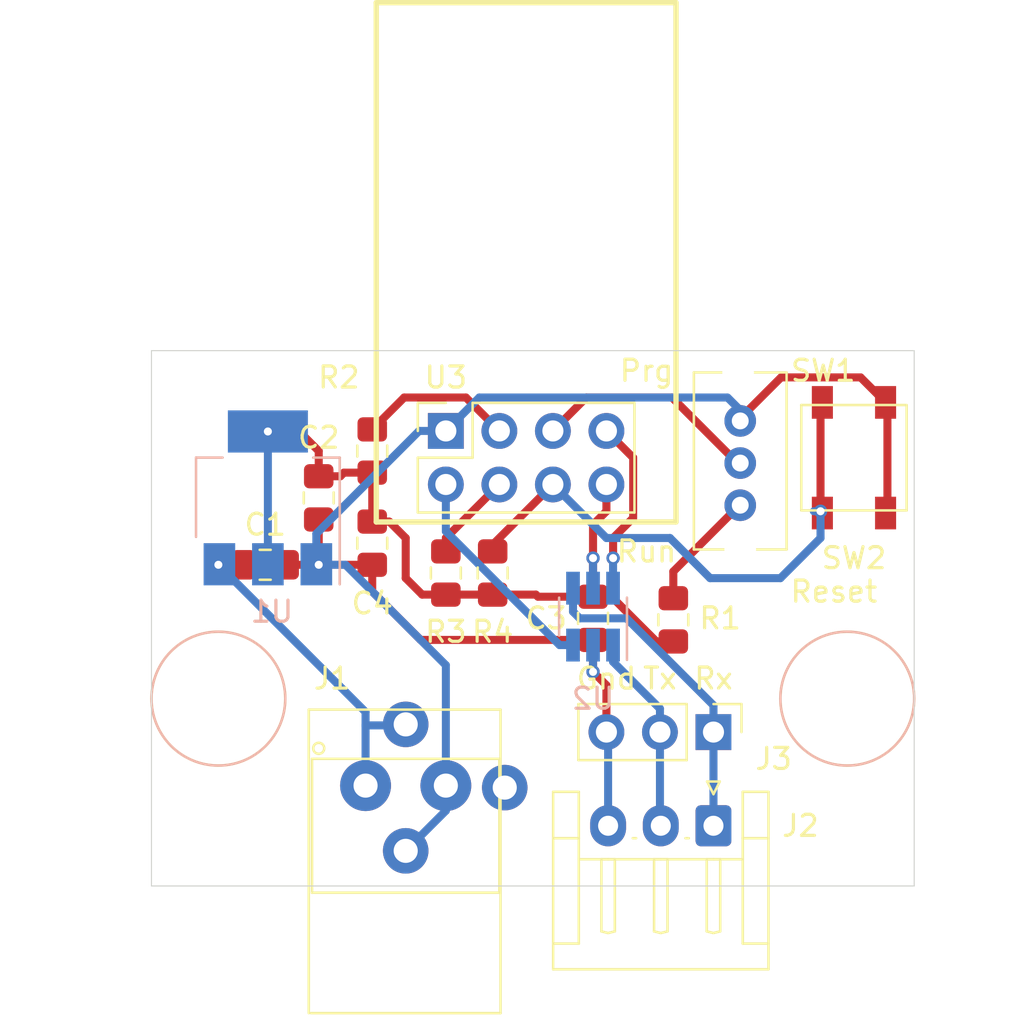
<source format=kicad_pcb>
(kicad_pcb (version 20171130) (host pcbnew "(5.1.5)-3")

  (general
    (thickness 1.6)
    (drawings 14)
    (tracks 116)
    (zones 0)
    (modules 18)
    (nets 13)
  )

  (page A4)
  (layers
    (0 F.Cu signal)
    (31 B.Cu signal)
    (32 B.Adhes user)
    (33 F.Adhes user)
    (34 B.Paste user)
    (35 F.Paste user)
    (36 B.SilkS user)
    (37 F.SilkS user)
    (38 B.Mask user)
    (39 F.Mask user)
    (40 Dwgs.User user)
    (41 Cmts.User user)
    (42 Eco1.User user)
    (43 Eco2.User user)
    (44 Edge.Cuts user)
    (45 Margin user)
    (46 B.CrtYd user)
    (47 F.CrtYd user)
    (48 B.Fab user hide)
    (49 F.Fab user hide)
  )

  (setup
    (last_trace_width 0.381)
    (trace_clearance 0.1524)
    (zone_clearance 0.508)
    (zone_45_only no)
    (trace_min 0.2)
    (via_size 0.635)
    (via_drill 0.381)
    (via_min_size 0.4)
    (via_min_drill 0.3)
    (uvia_size 0.3)
    (uvia_drill 0.1)
    (uvias_allowed no)
    (uvia_min_size 0.2)
    (uvia_min_drill 0.1)
    (edge_width 0.05)
    (segment_width 0.2)
    (pcb_text_width 0.3)
    (pcb_text_size 1.5 1.5)
    (mod_edge_width 0.12)
    (mod_text_size 1 1)
    (mod_text_width 0.15)
    (pad_size 1.524 1.524)
    (pad_drill 0.762)
    (pad_to_mask_clearance 0.051)
    (solder_mask_min_width 0.25)
    (aux_axis_origin 0 0)
    (grid_origin 153.67 124.46)
    (visible_elements 7FFFFFFF)
    (pcbplotparams
      (layerselection 0x010fc_ffffffff)
      (usegerberextensions false)
      (usegerberattributes false)
      (usegerberadvancedattributes false)
      (creategerberjobfile false)
      (excludeedgelayer true)
      (linewidth 0.100000)
      (plotframeref false)
      (viasonmask false)
      (mode 1)
      (useauxorigin false)
      (hpglpennumber 1)
      (hpglpenspeed 20)
      (hpglpendiameter 15.000000)
      (psnegative false)
      (psa4output false)
      (plotreference true)
      (plotvalue true)
      (plotinvisibletext false)
      (padsonsilk false)
      (subtractmaskfromsilk false)
      (outputformat 1)
      (mirror false)
      (drillshape 0)
      (scaleselection 1)
      (outputdirectory ""))
  )

  (net 0 "")
  (net 1 GND)
  (net 2 +3V3)
  (net 3 /Txd)
  (net 4 /Rxd)
  (net 5 /GPIO2)
  (net 6 /CH_PD)
  (net 7 /Rst)
  (net 8 /GPIO0)
  (net 9 /RxdBuf)
  (net 10 /Vin)
  (net 11 /SW+)
  (net 12 /TxdBuf)

  (net_class Default "This is the default net class."
    (clearance 0.1524)
    (trace_width 0.381)
    (via_dia 0.635)
    (via_drill 0.381)
    (uvia_dia 0.3)
    (uvia_drill 0.1)
    (add_net +3V3)
    (add_net /CH_PD)
    (add_net /GPIO0)
    (add_net /GPIO2)
    (add_net /Rst)
    (add_net /Rxd)
    (add_net /RxdBuf)
    (add_net /SW+)
    (add_net /Txd)
    (add_net /TxdBuf)
    (add_net /Vin)
    (add_net GND)
  )

  (module 0MiscParts:PJ-102-3.81mm (layer F.Cu) (tedit 5EFBBF62) (tstamp 5EEEB9E9)
    (at 165.735 130.4925 90)
    (path /5EEE609A)
    (fp_text reference J1 (at 15.875 -3.4925 180) (layer F.SilkS)
      (effects (font (size 1 1) (thickness 0.15)))
    )
    (fp_text value PJ-102 (at 7.6 6.8 90) (layer F.Fab)
      (effects (font (size 1 1) (thickness 0.15)))
    )
    (fp_line (start 12.065 -4.445) (end 5.715 -4.445) (layer F.SilkS) (width 0.12))
    (fp_circle (center 12.565183 -4.1275) (end 12.311183 -4.064) (layer F.SilkS) (width 0.12))
    (fp_line (start 12.065 -4.445) (end 12.065 4.445) (layer F.SilkS) (width 0.12))
    (fp_line (start 5.715 4.445) (end 12.065 4.445) (layer F.SilkS) (width 0.12))
    (fp_line (start 5.715 -4.445) (end 5.715 4.445) (layer F.SilkS) (width 0.12))
    (fp_line (start -0.5 5) (end -0.5 -5) (layer F.CrtYd) (width 0.05))
    (fp_line (start 15 5) (end -0.5 5) (layer F.CrtYd) (width 0.05))
    (fp_line (start 15 -5) (end 15 5) (layer F.CrtYd) (width 0.05))
    (fp_line (start -0.5 -5) (end 15 -5) (layer F.CrtYd) (width 0.05))
    (fp_line (start 0 4.5) (end 0 -4.5) (layer F.SilkS) (width 0.12))
    (fp_line (start 14.4 4.5) (end 0 4.5) (layer F.SilkS) (width 0.12))
    (fp_line (start 14.4 -4.6) (end 14.4 4.5) (layer F.SilkS) (width 0.12))
    (fp_line (start 0 -4.6) (end 14.4 -4.6) (layer F.SilkS) (width 0.12))
    (pad 1 thru_hole circle (at 10.795 -1.905) (size 2.413 2.413) (drill 1.143) (layers *.Cu *.Mask)
      (net 10 /Vin))
    (pad 2 thru_hole circle (at 10.795 1.905) (size 2.413 2.413) (drill 1.143) (layers *.Cu *.Mask)
      (net 1 GND))
    (pad 3 thru_hole circle (at 10.7 4.7 90) (size 2.159 2.159) (drill 1.143) (layers *.Cu *.Mask))
    (pad 2 thru_hole circle (at 7.7 0 90) (size 2.159 2.159) (drill 1.143) (layers *.Cu *.Mask)
      (net 1 GND))
    (pad 1 thru_hole circle (at 13.7 0 90) (size 2.159 2.159) (drill 1.143) (layers *.Cu *.Mask)
      (net 10 /Vin))
  )

  (module 0MiscParts:ESP-01 (layer F.Cu) (tedit 5EFAED4E) (tstamp 5EEEBAE2)
    (at 167.64 105.41 90)
    (descr "Module, ESP-8266, ESP-01, 8 pin")
    (tags "Module ESP-8266 ESP8266")
    (path /5EEE49DB)
    (fp_text reference U3 (at 5.08 0 180) (layer F.SilkS)
      (effects (font (size 1 1) (thickness 0.15)))
    )
    (fp_text value ESP8266 (at 12.192 3.556 90) (layer F.Fab)
      (effects (font (size 1 1) (thickness 0.15)))
    )
    (fp_line (start -1.27 -1.27) (end 2.81 -1.27) (layer F.Fab) (width 0.1))
    (fp_line (start -1.8 9.4) (end -1.8 -1.8) (layer F.CrtYd) (width 0.05))
    (fp_line (start 2.81 -1.27) (end 3.81 -0.27) (layer F.Fab) (width 0.1))
    (fp_line (start -1.33 -1.33) (end -1.33 8.95) (layer F.SilkS) (width 0.12))
    (fp_line (start 1.27 1.27) (end 3.87 1.27) (layer F.SilkS) (width 0.12))
    (fp_line (start 3.87 1.27) (end 3.87 8.95) (layer F.SilkS) (width 0.12))
    (fp_line (start 4.3 -1.8) (end 4.3 9.4) (layer F.CrtYd) (width 0.05))
    (fp_line (start 4.3 9.4) (end -1.8 9.4) (layer F.CrtYd) (width 0.05))
    (fp_line (start 2.54 -1.33) (end 3.87 -1.33) (layer F.SilkS) (width 0.12))
    (fp_line (start -1.33 -1.33) (end 1.27 -1.33) (layer F.SilkS) (width 0.12))
    (fp_line (start -1.33 8.95) (end 3.87 8.95) (layer F.SilkS) (width 0.12))
    (fp_line (start 3.81 -0.27) (end 3.81 8.89) (layer F.Fab) (width 0.1))
    (fp_line (start 3.81 8.89) (end -1.27 8.89) (layer F.Fab) (width 0.1))
    (fp_line (start -1.27 8.89) (end -1.27 -1.27) (layer F.Fab) (width 0.1))
    (fp_line (start 1.27 -1.33) (end 1.27 1.27) (layer F.SilkS) (width 0.12))
    (fp_line (start 3.87 -1.33) (end 3.87 0) (layer F.SilkS) (width 0.12))
    (fp_line (start -1.8 -1.8) (end 4.3 -1.8) (layer F.CrtYd) (width 0.05))
    (fp_text user %R (at 1.27 3.81) (layer F.Fab)
      (effects (font (size 1 1) (thickness 0.15)))
    )
    (fp_line (start 22.86 10.922) (end -1.778 10.922) (layer F.Fab) (width 0.05))
    (fp_line (start 22.86 -3.302) (end 22.86 10.922) (layer F.Fab) (width 0.05))
    (fp_line (start -1.778 -3.302) (end 22.86 -3.302) (layer F.Fab) (width 0.05))
    (fp_line (start -1.778 10.922) (end -1.778 -3.302) (layer F.SilkS) (width 0.254))
    (fp_line (start 22.86 10.922) (end -1.778 10.922) (layer F.SilkS) (width 0.254))
    (fp_line (start 22.86 -3.302) (end 22.86 10.922) (layer F.SilkS) (width 0.254))
    (fp_line (start -1.778 -3.302) (end 22.86 -3.302) (layer F.SilkS) (width 0.254))
    (pad 1 thru_hole rect (at 2.54 0 90) (size 1.7 1.7) (drill 1) (layers *.Cu *.Mask)
      (net 1 GND))
    (pad 3 thru_hole oval (at 2.54 2.54 90) (size 1.7 1.7) (drill 1) (layers *.Cu *.Mask)
      (net 5 /GPIO2))
    (pad 4 thru_hole oval (at 0 2.54 90) (size 1.7 1.7) (drill 1) (layers *.Cu *.Mask)
      (net 6 /CH_PD))
    (pad 5 thru_hole oval (at 2.54 5.08 90) (size 1.7 1.7) (drill 1) (layers *.Cu *.Mask)
      (net 8 /GPIO0))
    (pad 2 thru_hole oval (at 0 0 90) (size 1.7 1.7) (drill 1) (layers *.Cu *.Mask)
      (net 4 /Rxd))
    (pad 6 thru_hole oval (at 0 5.08 90) (size 1.7 1.7) (drill 1) (layers *.Cu *.Mask)
      (net 7 /Rst))
    (pad 7 thru_hole oval (at 2.54 7.62 90) (size 1.7 1.7) (drill 1) (layers *.Cu *.Mask)
      (net 12 /TxdBuf))
    (pad 8 thru_hole oval (at 0 7.62 90) (size 1.7 1.7) (drill 1) (layers *.Cu *.Mask)
      (net 2 +3V3))
  )

  (module 0MiscParts:PB_PTS-647 (layer F.Cu) (tedit 5EEFD67D) (tstamp 5EF02E8D)
    (at 187.0075 104.14 90)
    (path /5EEFE3AD)
    (fp_text reference SW2 (at -4.7625 0 180) (layer F.SilkS)
      (effects (font (size 1 1) (thickness 0.15)))
    )
    (fp_text value SW_Push (at 0 -3.3 90) (layer F.Fab)
      (effects (font (size 1 1) (thickness 0.15)))
    )
    (fp_line (start 2.5 2.5) (end -2.5 2.5) (layer F.SilkS) (width 0.12))
    (fp_line (start 2.5 -2.5) (end 2.5 2.45) (layer F.SilkS) (width 0.12))
    (fp_line (start -2.5 -2.5) (end 2.5 -2.5) (layer F.SilkS) (width 0.12))
    (fp_line (start -2.5 2.5) (end -2.5 -2.5) (layer F.SilkS) (width 0.12))
    (pad 2 smd rect (at 2.625 1.5 90) (size 1.55 1) (layers F.Cu F.Paste F.Mask)
      (net 1 GND))
    (pad 2 smd rect (at -2.625 1.5 90) (size 1.55 1) (layers F.Cu F.Paste F.Mask)
      (net 1 GND))
    (pad 1 smd rect (at 2.625 -1.5 90) (size 1.55 1) (layers F.Cu F.Paste F.Mask)
      (net 7 /Rst))
    (pad 1 smd rect (at -2.625 -1.5 90) (size 1.55 1) (layers F.Cu F.Paste F.Mask)
      (net 7 /Rst))
  )

  (module "0MiscParts:MountingHole _1-8_1-4" (layer F.Cu) (tedit 5E4292CA) (tstamp 5EEEE145)
    (at 186.69 115.57)
    (path /5EF3D25B)
    (fp_text reference H2 (at 0 2.032) (layer F.Fab)
      (effects (font (size 1 1) (thickness 0.15)))
    )
    (fp_text value MountingHole (at 0 -2.032) (layer F.Fab)
      (effects (font (size 1 1) (thickness 0.15)))
    )
    (fp_circle (center 0 0) (end 3.175 0) (layer B.SilkS) (width 0.12))
    (fp_circle (center 0 0) (end 3.175 0) (layer F.SilkS) (width 0.12))
    (pad "" np_thru_hole circle (at 0 0) (size 3.175 3.175) (drill 3.175) (layers *.Cu *.Mask))
  )

  (module "0MiscParts:MountingHole _1-8_1-4" (layer F.Cu) (tedit 5E4292CA) (tstamp 5EEEE13E)
    (at 156.845 115.57)
    (path /5EF3D027)
    (fp_text reference H1 (at 0 2.032) (layer F.Fab)
      (effects (font (size 1 1) (thickness 0.15)))
    )
    (fp_text value MountingHole (at 0 -2.032) (layer F.Fab)
      (effects (font (size 1 1) (thickness 0.15)))
    )
    (fp_circle (center 0 0) (end 3.175 0) (layer B.SilkS) (width 0.12))
    (fp_circle (center 0 0) (end 3.175 0) (layer F.SilkS) (width 0.12))
    (pad "" np_thru_hole circle (at 0 0) (size 3.175 3.175) (drill 3.175) (layers *.Cu *.Mask))
  )

  (module Package_TO_SOT_SMD:SOT-23-6_Handsoldering (layer B.Cu) (tedit 5A02FF57) (tstamp 5EEEBAC4)
    (at 174.625 111.68 90)
    (descr "6-pin SOT-23 package, Handsoldering")
    (tags "SOT-23-6 Handsoldering")
    (path /5EEEC387)
    (attr smd)
    (fp_text reference U2 (at -3.89 0 180) (layer B.SilkS)
      (effects (font (size 1 1) (thickness 0.15)) (justify mirror))
    )
    (fp_text value 74LVC2G34 (at 0 -2.9 90) (layer B.Fab)
      (effects (font (size 1 1) (thickness 0.15)) (justify mirror))
    )
    (fp_line (start 0.9 1.55) (end 0.9 -1.55) (layer B.Fab) (width 0.1))
    (fp_line (start 0.9 -1.55) (end -0.9 -1.55) (layer B.Fab) (width 0.1))
    (fp_line (start -0.9 0.9) (end -0.9 -1.55) (layer B.Fab) (width 0.1))
    (fp_line (start 0.9 1.55) (end -0.25 1.55) (layer B.Fab) (width 0.1))
    (fp_line (start -0.9 0.9) (end -0.25 1.55) (layer B.Fab) (width 0.1))
    (fp_line (start -2.4 1.8) (end 2.4 1.8) (layer B.CrtYd) (width 0.05))
    (fp_line (start 2.4 1.8) (end 2.4 -1.8) (layer B.CrtYd) (width 0.05))
    (fp_line (start 2.4 -1.8) (end -2.4 -1.8) (layer B.CrtYd) (width 0.05))
    (fp_line (start -2.4 -1.8) (end -2.4 1.8) (layer B.CrtYd) (width 0.05))
    (fp_line (start 0.9 1.61) (end -2.05 1.61) (layer B.SilkS) (width 0.12))
    (fp_line (start -0.9 -1.61) (end 0.9 -1.61) (layer B.SilkS) (width 0.12))
    (fp_text user %R (at 0 0 180) (layer B.Fab)
      (effects (font (size 0.5 0.5) (thickness 0.075)) (justify mirror))
    )
    (pad 5 smd rect (at 1.35 0 90) (size 1.56 0.65) (layers B.Cu B.Paste B.Mask)
      (net 2 +3V3))
    (pad 6 smd rect (at 1.35 0.95 90) (size 1.56 0.65) (layers B.Cu B.Paste B.Mask)
      (net 12 /TxdBuf))
    (pad 4 smd rect (at 1.35 -0.95 90) (size 1.56 0.65) (layers B.Cu B.Paste B.Mask)
      (net 9 /RxdBuf))
    (pad 3 smd rect (at -1.35 -0.95 90) (size 1.56 0.65) (layers B.Cu B.Paste B.Mask)
      (net 4 /Rxd))
    (pad 2 smd rect (at -1.35 0 90) (size 1.56 0.65) (layers B.Cu B.Paste B.Mask)
      (net 1 GND))
    (pad 1 smd rect (at -1.35 0.95 90) (size 1.56 0.65) (layers B.Cu B.Paste B.Mask)
      (net 3 /Txd))
    (model ${KISYS3DMOD}/Package_TO_SOT_SMD.3dshapes/SOT-23-6.wrl
      (at (xyz 0 0 0))
      (scale (xyz 1 1 1))
      (rotate (xyz 0 0 0))
    )
  )

  (module Package_TO_SOT_SMD:SOT-223-3_TabPin2 (layer B.Cu) (tedit 5A02FF57) (tstamp 5EEEBAAE)
    (at 159.1945 106.045 90)
    (descr "module CMS SOT223 4 pins")
    (tags "CMS SOT")
    (path /5EEE773A)
    (attr smd)
    (fp_text reference U1 (at -5.3975 0.1905 180) (layer B.SilkS)
      (effects (font (size 1 1) (thickness 0.15)) (justify mirror))
    )
    (fp_text value AP1117-33 (at 0 -4.5 90) (layer B.Fab)
      (effects (font (size 1 1) (thickness 0.15)) (justify mirror))
    )
    (fp_line (start 1.85 3.35) (end 1.85 -3.35) (layer B.Fab) (width 0.1))
    (fp_line (start -1.85 -3.35) (end 1.85 -3.35) (layer B.Fab) (width 0.1))
    (fp_line (start -4.1 3.41) (end 1.91 3.41) (layer B.SilkS) (width 0.12))
    (fp_line (start -0.85 3.35) (end 1.85 3.35) (layer B.Fab) (width 0.1))
    (fp_line (start -1.85 -3.41) (end 1.91 -3.41) (layer B.SilkS) (width 0.12))
    (fp_line (start -1.85 2.35) (end -1.85 -3.35) (layer B.Fab) (width 0.1))
    (fp_line (start -1.85 2.35) (end -0.85 3.35) (layer B.Fab) (width 0.1))
    (fp_line (start -4.4 3.6) (end -4.4 -3.6) (layer B.CrtYd) (width 0.05))
    (fp_line (start -4.4 -3.6) (end 4.4 -3.6) (layer B.CrtYd) (width 0.05))
    (fp_line (start 4.4 -3.6) (end 4.4 3.6) (layer B.CrtYd) (width 0.05))
    (fp_line (start 4.4 3.6) (end -4.4 3.6) (layer B.CrtYd) (width 0.05))
    (fp_line (start 1.91 3.41) (end 1.91 2.15) (layer B.SilkS) (width 0.12))
    (fp_line (start 1.91 -3.41) (end 1.91 -2.15) (layer B.SilkS) (width 0.12))
    (fp_text user %R (at 0 0 180) (layer B.Fab)
      (effects (font (size 0.8 0.8) (thickness 0.12)) (justify mirror))
    )
    (pad 1 smd rect (at -3.15 2.3 90) (size 2 1.5) (layers B.Cu B.Paste B.Mask)
      (net 1 GND))
    (pad 3 smd rect (at -3.15 -2.3 90) (size 2 1.5) (layers B.Cu B.Paste B.Mask)
      (net 10 /Vin))
    (pad 2 smd rect (at -3.15 0 90) (size 2 1.5) (layers B.Cu B.Paste B.Mask)
      (net 2 +3V3))
    (pad 2 smd rect (at 3.15 0 90) (size 2 3.8) (layers B.Cu B.Paste B.Mask)
      (net 2 +3V3))
    (model ${KISYS3DMOD}/Package_TO_SOT_SMD.3dshapes/SOT-223.wrl
      (at (xyz 0 0 0))
      (scale (xyz 1 1 1))
      (rotate (xyz 0 0 0))
    )
  )

  (module 0MiscParts:SlideSW (layer F.Cu) (tedit 5EEE738F) (tstamp 5EEEBA8C)
    (at 181.61 104.394 90)
    (path /5EEE6B2A)
    (fp_text reference SW1 (at 4.3815 3.937 180) (layer F.SilkS)
      (effects (font (size 1 1) (thickness 0.15)))
    )
    (fp_text value SW_SPDT (at 0.1 -3.1 90) (layer F.Fab)
      (effects (font (size 1 1) (thickness 0.15)))
    )
    (fp_line (start 4.3 2.2) (end -4.1 2.2) (layer F.SilkS) (width 0.12))
    (fp_line (start 4.3 -2.2) (end 4.3 2.2) (layer F.SilkS) (width 0.12))
    (fp_line (start -4.1 -2.2) (end 4.3 -2.2) (layer F.SilkS) (width 0.12))
    (fp_line (start -4.1 2.2) (end -4.1 -2.2) (layer F.SilkS) (width 0.12))
    (pad "" np_thru_hole circle (at 4.3 -0.1 90) (size 1.5 1.5) (drill 1.5) (layers *.Cu *.Mask))
    (pad "" np_thru_hole circle (at -4.1 0 90) (size 1.5 1.5) (drill 1.5) (layers *.Cu *.Mask))
    (pad 3 thru_hole circle (at 2 0 90) (size 1.5 1.5) (drill 0.8) (layers *.Cu *.Mask)
      (net 1 GND))
    (pad 2 thru_hole circle (at 0 0 90) (size 1.5 1.5) (drill 0.8) (layers *.Cu *.Mask)
      (net 8 /GPIO0))
    (pad 1 thru_hole circle (at -2 0 90) (size 1.5 1.5) (drill 0.8) (layers *.Cu *.Mask)
      (net 11 /SW+))
  )

  (module Resistor_SMD:R_0805_2012Metric_Pad1.15x1.40mm_HandSolder (layer F.Cu) (tedit 5B36C52B) (tstamp 5EEEBA7F)
    (at 169.8625 109.61 90)
    (descr "Resistor SMD 0805 (2012 Metric), square (rectangular) end terminal, IPC_7351 nominal with elongated pad for handsoldering. (Body size source: https://docs.google.com/spreadsheets/d/1BsfQQcO9C6DZCsRaXUlFlo91Tg2WpOkGARC1WS5S8t0/edit?usp=sharing), generated with kicad-footprint-generator")
    (tags "resistor handsolder")
    (path /5EEE71AE)
    (attr smd)
    (fp_text reference R4 (at -2.785 0 180) (layer F.SilkS)
      (effects (font (size 1 1) (thickness 0.15)))
    )
    (fp_text value R (at 0 1.65 90) (layer F.Fab)
      (effects (font (size 1 1) (thickness 0.15)))
    )
    (fp_text user %R (at 0 0 90) (layer F.Fab)
      (effects (font (size 0.5 0.5) (thickness 0.08)))
    )
    (fp_line (start 1.85 0.95) (end -1.85 0.95) (layer F.CrtYd) (width 0.05))
    (fp_line (start 1.85 -0.95) (end 1.85 0.95) (layer F.CrtYd) (width 0.05))
    (fp_line (start -1.85 -0.95) (end 1.85 -0.95) (layer F.CrtYd) (width 0.05))
    (fp_line (start -1.85 0.95) (end -1.85 -0.95) (layer F.CrtYd) (width 0.05))
    (fp_line (start -0.261252 0.71) (end 0.261252 0.71) (layer F.SilkS) (width 0.12))
    (fp_line (start -0.261252 -0.71) (end 0.261252 -0.71) (layer F.SilkS) (width 0.12))
    (fp_line (start 1 0.6) (end -1 0.6) (layer F.Fab) (width 0.1))
    (fp_line (start 1 -0.6) (end 1 0.6) (layer F.Fab) (width 0.1))
    (fp_line (start -1 -0.6) (end 1 -0.6) (layer F.Fab) (width 0.1))
    (fp_line (start -1 0.6) (end -1 -0.6) (layer F.Fab) (width 0.1))
    (pad 2 smd roundrect (at 1.025 0 90) (size 1.15 1.4) (layers F.Cu F.Paste F.Mask) (roundrect_rratio 0.217391)
      (net 7 /Rst))
    (pad 1 smd roundrect (at -1.025 0 90) (size 1.15 1.4) (layers F.Cu F.Paste F.Mask) (roundrect_rratio 0.217391)
      (net 2 +3V3))
    (model ${KISYS3DMOD}/Resistor_SMD.3dshapes/R_0805_2012Metric.wrl
      (at (xyz 0 0 0))
      (scale (xyz 1 1 1))
      (rotate (xyz 0 0 0))
    )
  )

  (module Resistor_SMD:R_0805_2012Metric_Pad1.15x1.40mm_HandSolder (layer F.Cu) (tedit 5B36C52B) (tstamp 5EEEBA6E)
    (at 167.64 109.61 90)
    (descr "Resistor SMD 0805 (2012 Metric), square (rectangular) end terminal, IPC_7351 nominal with elongated pad for handsoldering. (Body size source: https://docs.google.com/spreadsheets/d/1BsfQQcO9C6DZCsRaXUlFlo91Tg2WpOkGARC1WS5S8t0/edit?usp=sharing), generated with kicad-footprint-generator")
    (tags "resistor handsolder")
    (path /5EEE98F9)
    (attr smd)
    (fp_text reference R3 (at -2.785 0 180) (layer F.SilkS)
      (effects (font (size 1 1) (thickness 0.15)))
    )
    (fp_text value R (at 0 1.65 90) (layer F.Fab)
      (effects (font (size 1 1) (thickness 0.15)))
    )
    (fp_line (start -1 0.6) (end -1 -0.6) (layer F.Fab) (width 0.1))
    (fp_line (start -1 -0.6) (end 1 -0.6) (layer F.Fab) (width 0.1))
    (fp_line (start 1 -0.6) (end 1 0.6) (layer F.Fab) (width 0.1))
    (fp_line (start 1 0.6) (end -1 0.6) (layer F.Fab) (width 0.1))
    (fp_line (start -0.261252 -0.71) (end 0.261252 -0.71) (layer F.SilkS) (width 0.12))
    (fp_line (start -0.261252 0.71) (end 0.261252 0.71) (layer F.SilkS) (width 0.12))
    (fp_line (start -1.85 0.95) (end -1.85 -0.95) (layer F.CrtYd) (width 0.05))
    (fp_line (start -1.85 -0.95) (end 1.85 -0.95) (layer F.CrtYd) (width 0.05))
    (fp_line (start 1.85 -0.95) (end 1.85 0.95) (layer F.CrtYd) (width 0.05))
    (fp_line (start 1.85 0.95) (end -1.85 0.95) (layer F.CrtYd) (width 0.05))
    (fp_text user %R (at 0 0 90) (layer F.Fab)
      (effects (font (size 0.5 0.5) (thickness 0.08)))
    )
    (pad 1 smd roundrect (at -1.025 0 90) (size 1.15 1.4) (layers F.Cu F.Paste F.Mask) (roundrect_rratio 0.217391)
      (net 2 +3V3))
    (pad 2 smd roundrect (at 1.025 0 90) (size 1.15 1.4) (layers F.Cu F.Paste F.Mask) (roundrect_rratio 0.217391)
      (net 6 /CH_PD))
    (model ${KISYS3DMOD}/Resistor_SMD.3dshapes/R_0805_2012Metric.wrl
      (at (xyz 0 0 0))
      (scale (xyz 1 1 1))
      (rotate (xyz 0 0 0))
    )
  )

  (module Resistor_SMD:R_0805_2012Metric_Pad1.15x1.40mm_HandSolder (layer F.Cu) (tedit 5B36C52B) (tstamp 5EEEBA5D)
    (at 164.1475 103.8225 90)
    (descr "Resistor SMD 0805 (2012 Metric), square (rectangular) end terminal, IPC_7351 nominal with elongated pad for handsoldering. (Body size source: https://docs.google.com/spreadsheets/d/1BsfQQcO9C6DZCsRaXUlFlo91Tg2WpOkGARC1WS5S8t0/edit?usp=sharing), generated with kicad-footprint-generator")
    (tags "resistor handsolder")
    (path /5EF04B34)
    (attr smd)
    (fp_text reference R2 (at 3.4925 -1.5875 180) (layer F.SilkS)
      (effects (font (size 1 1) (thickness 0.15)))
    )
    (fp_text value R (at 0 1.65 90) (layer F.Fab)
      (effects (font (size 1 1) (thickness 0.15)))
    )
    (fp_text user %R (at 0 0 90) (layer F.Fab)
      (effects (font (size 0.5 0.5) (thickness 0.08)))
    )
    (fp_line (start 1.85 0.95) (end -1.85 0.95) (layer F.CrtYd) (width 0.05))
    (fp_line (start 1.85 -0.95) (end 1.85 0.95) (layer F.CrtYd) (width 0.05))
    (fp_line (start -1.85 -0.95) (end 1.85 -0.95) (layer F.CrtYd) (width 0.05))
    (fp_line (start -1.85 0.95) (end -1.85 -0.95) (layer F.CrtYd) (width 0.05))
    (fp_line (start -0.261252 0.71) (end 0.261252 0.71) (layer F.SilkS) (width 0.12))
    (fp_line (start -0.261252 -0.71) (end 0.261252 -0.71) (layer F.SilkS) (width 0.12))
    (fp_line (start 1 0.6) (end -1 0.6) (layer F.Fab) (width 0.1))
    (fp_line (start 1 -0.6) (end 1 0.6) (layer F.Fab) (width 0.1))
    (fp_line (start -1 -0.6) (end 1 -0.6) (layer F.Fab) (width 0.1))
    (fp_line (start -1 0.6) (end -1 -0.6) (layer F.Fab) (width 0.1))
    (pad 2 smd roundrect (at 1.025 0 90) (size 1.15 1.4) (layers F.Cu F.Paste F.Mask) (roundrect_rratio 0.217391)
      (net 5 /GPIO2))
    (pad 1 smd roundrect (at -1.025 0 90) (size 1.15 1.4) (layers F.Cu F.Paste F.Mask) (roundrect_rratio 0.217391)
      (net 2 +3V3))
    (model ${KISYS3DMOD}/Resistor_SMD.3dshapes/R_0805_2012Metric.wrl
      (at (xyz 0 0 0))
      (scale (xyz 1 1 1))
      (rotate (xyz 0 0 0))
    )
  )

  (module Resistor_SMD:R_0805_2012Metric_Pad1.15x1.40mm_HandSolder (layer F.Cu) (tedit 5B36C52B) (tstamp 5EEEBA4C)
    (at 178.435 111.8325 90)
    (descr "Resistor SMD 0805 (2012 Metric), square (rectangular) end terminal, IPC_7351 nominal with elongated pad for handsoldering. (Body size source: https://docs.google.com/spreadsheets/d/1BsfQQcO9C6DZCsRaXUlFlo91Tg2WpOkGARC1WS5S8t0/edit?usp=sharing), generated with kicad-footprint-generator")
    (tags "resistor handsolder")
    (path /5EF033FE)
    (attr smd)
    (fp_text reference R1 (at 0.0725 2.2225 180) (layer F.SilkS)
      (effects (font (size 1 1) (thickness 0.15)))
    )
    (fp_text value R (at 0 1.65 90) (layer F.Fab)
      (effects (font (size 1 1) (thickness 0.15)))
    )
    (fp_text user %R (at 0 0 90) (layer F.Fab)
      (effects (font (size 0.5 0.5) (thickness 0.08)))
    )
    (fp_line (start 1.85 0.95) (end -1.85 0.95) (layer F.CrtYd) (width 0.05))
    (fp_line (start 1.85 -0.95) (end 1.85 0.95) (layer F.CrtYd) (width 0.05))
    (fp_line (start -1.85 -0.95) (end 1.85 -0.95) (layer F.CrtYd) (width 0.05))
    (fp_line (start -1.85 0.95) (end -1.85 -0.95) (layer F.CrtYd) (width 0.05))
    (fp_line (start -0.261252 0.71) (end 0.261252 0.71) (layer F.SilkS) (width 0.12))
    (fp_line (start -0.261252 -0.71) (end 0.261252 -0.71) (layer F.SilkS) (width 0.12))
    (fp_line (start 1 0.6) (end -1 0.6) (layer F.Fab) (width 0.1))
    (fp_line (start 1 -0.6) (end 1 0.6) (layer F.Fab) (width 0.1))
    (fp_line (start -1 -0.6) (end 1 -0.6) (layer F.Fab) (width 0.1))
    (fp_line (start -1 0.6) (end -1 -0.6) (layer F.Fab) (width 0.1))
    (pad 2 smd roundrect (at 1.025 0 90) (size 1.15 1.4) (layers F.Cu F.Paste F.Mask) (roundrect_rratio 0.217391)
      (net 11 /SW+))
    (pad 1 smd roundrect (at -1.025 0 90) (size 1.15 1.4) (layers F.Cu F.Paste F.Mask) (roundrect_rratio 0.217391)
      (net 2 +3V3))
    (model ${KISYS3DMOD}/Resistor_SMD.3dshapes/R_0805_2012Metric.wrl
      (at (xyz 0 0 0))
      (scale (xyz 1 1 1))
      (rotate (xyz 0 0 0))
    )
  )

  (module Connector_PinHeader_2.54mm:PinHeader_1x03_P2.54mm_Vertical (layer F.Cu) (tedit 59FED5CC) (tstamp 5EEEBA3B)
    (at 180.34 117.1575 270)
    (descr "Through hole straight pin header, 1x03, 2.54mm pitch, single row")
    (tags "Through hole pin header THT 1x03 2.54mm single row")
    (path /5EF0E49A)
    (fp_text reference J3 (at 1.27 -2.8575 180) (layer F.SilkS)
      (effects (font (size 1 1) (thickness 0.15)))
    )
    (fp_text value Conn_01x03_Male (at 0 7.41 90) (layer F.Fab)
      (effects (font (size 1 1) (thickness 0.15)))
    )
    (fp_text user %R (at 0 2.54) (layer F.Fab)
      (effects (font (size 1 1) (thickness 0.15)))
    )
    (fp_line (start 1.8 -1.8) (end -1.8 -1.8) (layer F.CrtYd) (width 0.05))
    (fp_line (start 1.8 6.85) (end 1.8 -1.8) (layer F.CrtYd) (width 0.05))
    (fp_line (start -1.8 6.85) (end 1.8 6.85) (layer F.CrtYd) (width 0.05))
    (fp_line (start -1.8 -1.8) (end -1.8 6.85) (layer F.CrtYd) (width 0.05))
    (fp_line (start -1.33 -1.33) (end 0 -1.33) (layer F.SilkS) (width 0.12))
    (fp_line (start -1.33 0) (end -1.33 -1.33) (layer F.SilkS) (width 0.12))
    (fp_line (start -1.33 1.27) (end 1.33 1.27) (layer F.SilkS) (width 0.12))
    (fp_line (start 1.33 1.27) (end 1.33 6.41) (layer F.SilkS) (width 0.12))
    (fp_line (start -1.33 1.27) (end -1.33 6.41) (layer F.SilkS) (width 0.12))
    (fp_line (start -1.33 6.41) (end 1.33 6.41) (layer F.SilkS) (width 0.12))
    (fp_line (start -1.27 -0.635) (end -0.635 -1.27) (layer F.Fab) (width 0.1))
    (fp_line (start -1.27 6.35) (end -1.27 -0.635) (layer F.Fab) (width 0.1))
    (fp_line (start 1.27 6.35) (end -1.27 6.35) (layer F.Fab) (width 0.1))
    (fp_line (start 1.27 -1.27) (end 1.27 6.35) (layer F.Fab) (width 0.1))
    (fp_line (start -0.635 -1.27) (end 1.27 -1.27) (layer F.Fab) (width 0.1))
    (pad 3 thru_hole oval (at 0 5.08 270) (size 1.7 1.7) (drill 1) (layers *.Cu *.Mask)
      (net 1 GND))
    (pad 2 thru_hole oval (at 0 2.54 270) (size 1.7 1.7) (drill 1) (layers *.Cu *.Mask)
      (net 3 /Txd))
    (pad 1 thru_hole rect (at 0 0 270) (size 1.7 1.7) (drill 1) (layers *.Cu *.Mask)
      (net 9 /RxdBuf))
    (model ${KISYS3DMOD}/Connector_PinHeader_2.54mm.3dshapes/PinHeader_1x03_P2.54mm_Vertical.wrl
      (at (xyz 0 0 0))
      (scale (xyz 1 1 1))
      (rotate (xyz 0 0 0))
    )
  )

  (module Connector_JST:JST_EH_S3B-EH_1x03_P2.50mm_Horizontal (layer F.Cu) (tedit 5C281425) (tstamp 5EEEBA24)
    (at 180.34 121.6025 180)
    (descr "JST EH series connector, S3B-EH (http://www.jst-mfg.com/product/pdf/eng/eEH.pdf), generated with kicad-footprint-generator")
    (tags "connector JST EH horizontal")
    (path /5EEE591A)
    (fp_text reference J2 (at -4.1275 0) (layer F.SilkS)
      (effects (font (size 1 1) (thickness 0.15)))
    )
    (fp_text value Conn_01x03_Female (at 2.5 2.7) (layer F.Fab)
      (effects (font (size 1 1) (thickness 0.15)))
    )
    (fp_text user %R (at 2.5 -2.6) (layer F.Fab)
      (effects (font (size 1 1) (thickness 0.15)))
    )
    (fp_line (start 0 -1.407107) (end 0.5 -0.7) (layer F.Fab) (width 0.1))
    (fp_line (start -0.5 -0.7) (end 0 -1.407107) (layer F.Fab) (width 0.1))
    (fp_line (start 0.3 2.1) (end 0 1.5) (layer F.SilkS) (width 0.12))
    (fp_line (start -0.3 2.1) (end 0.3 2.1) (layer F.SilkS) (width 0.12))
    (fp_line (start 0 1.5) (end -0.3 2.1) (layer F.SilkS) (width 0.12))
    (fp_line (start 5.32 -1.59) (end 5 -1.59) (layer F.SilkS) (width 0.12))
    (fp_line (start 5.32 -5.01) (end 5.32 -1.59) (layer F.SilkS) (width 0.12))
    (fp_line (start 5 -5.09) (end 5.32 -5.01) (layer F.SilkS) (width 0.12))
    (fp_line (start 4.68 -5.01) (end 5 -5.09) (layer F.SilkS) (width 0.12))
    (fp_line (start 4.68 -1.59) (end 4.68 -5.01) (layer F.SilkS) (width 0.12))
    (fp_line (start 5 -1.59) (end 4.68 -1.59) (layer F.SilkS) (width 0.12))
    (fp_line (start 3.67 -0.59) (end 3.83 -0.59) (layer F.SilkS) (width 0.12))
    (fp_line (start 2.82 -1.59) (end 2.5 -1.59) (layer F.SilkS) (width 0.12))
    (fp_line (start 2.82 -5.01) (end 2.82 -1.59) (layer F.SilkS) (width 0.12))
    (fp_line (start 2.5 -5.09) (end 2.82 -5.01) (layer F.SilkS) (width 0.12))
    (fp_line (start 2.18 -5.01) (end 2.5 -5.09) (layer F.SilkS) (width 0.12))
    (fp_line (start 2.18 -1.59) (end 2.18 -5.01) (layer F.SilkS) (width 0.12))
    (fp_line (start 2.5 -1.59) (end 2.18 -1.59) (layer F.SilkS) (width 0.12))
    (fp_line (start 1.17 -0.59) (end 1.33 -0.59) (layer F.SilkS) (width 0.12))
    (fp_line (start 0.32 -1.59) (end 0 -1.59) (layer F.SilkS) (width 0.12))
    (fp_line (start 0.32 -5.01) (end 0.32 -1.59) (layer F.SilkS) (width 0.12))
    (fp_line (start 0 -5.09) (end 0.32 -5.01) (layer F.SilkS) (width 0.12))
    (fp_line (start -0.32 -5.01) (end 0 -5.09) (layer F.SilkS) (width 0.12))
    (fp_line (start -0.32 -1.59) (end -0.32 -5.01) (layer F.SilkS) (width 0.12))
    (fp_line (start 0 -1.59) (end -0.32 -1.59) (layer F.SilkS) (width 0.12))
    (fp_line (start -1.39 -1.59) (end 6.39 -1.59) (layer F.SilkS) (width 0.12))
    (fp_line (start 6.39 -0.59) (end 7.61 -0.59) (layer F.SilkS) (width 0.12))
    (fp_line (start 6.39 -5.59) (end 6.39 -0.59) (layer F.SilkS) (width 0.12))
    (fp_line (start 7.61 -5.59) (end 6.39 -5.59) (layer F.SilkS) (width 0.12))
    (fp_line (start -1.39 -0.59) (end -2.61 -0.59) (layer F.SilkS) (width 0.12))
    (fp_line (start -1.39 -5.59) (end -1.39 -0.59) (layer F.SilkS) (width 0.12))
    (fp_line (start -2.61 -5.59) (end -1.39 -5.59) (layer F.SilkS) (width 0.12))
    (fp_line (start 6.39 1.61) (end 6.39 -0.59) (layer F.SilkS) (width 0.12))
    (fp_line (start 7.61 1.61) (end 6.39 1.61) (layer F.SilkS) (width 0.12))
    (fp_line (start 7.61 -6.81) (end 7.61 1.61) (layer F.SilkS) (width 0.12))
    (fp_line (start -2.61 -6.81) (end 7.61 -6.81) (layer F.SilkS) (width 0.12))
    (fp_line (start -2.61 1.61) (end -2.61 -6.81) (layer F.SilkS) (width 0.12))
    (fp_line (start -1.39 1.61) (end -2.61 1.61) (layer F.SilkS) (width 0.12))
    (fp_line (start -1.39 -0.59) (end -1.39 1.61) (layer F.SilkS) (width 0.12))
    (fp_line (start 8 -7.2) (end -3 -7.2) (layer F.CrtYd) (width 0.05))
    (fp_line (start 8 2) (end 8 -7.2) (layer F.CrtYd) (width 0.05))
    (fp_line (start -3 2) (end 8 2) (layer F.CrtYd) (width 0.05))
    (fp_line (start -3 -7.2) (end -3 2) (layer F.CrtYd) (width 0.05))
    (fp_line (start 6.5 -0.7) (end -1.5 -0.7) (layer F.Fab) (width 0.1))
    (fp_line (start 6.5 1.5) (end 6.5 -0.7) (layer F.Fab) (width 0.1))
    (fp_line (start 7.5 1.5) (end 6.5 1.5) (layer F.Fab) (width 0.1))
    (fp_line (start 7.5 -6.7) (end 7.5 1.5) (layer F.Fab) (width 0.1))
    (fp_line (start -2.5 -6.7) (end 7.5 -6.7) (layer F.Fab) (width 0.1))
    (fp_line (start -2.5 1.5) (end -2.5 -6.7) (layer F.Fab) (width 0.1))
    (fp_line (start -1.5 1.5) (end -2.5 1.5) (layer F.Fab) (width 0.1))
    (fp_line (start -1.5 -0.7) (end -1.5 1.5) (layer F.Fab) (width 0.1))
    (pad 3 thru_hole oval (at 5 0 180) (size 1.7 1.95) (drill 0.95) (layers *.Cu *.Mask)
      (net 1 GND))
    (pad 2 thru_hole oval (at 2.5 0 180) (size 1.7 1.95) (drill 0.95) (layers *.Cu *.Mask)
      (net 3 /Txd))
    (pad 1 thru_hole roundrect (at 0 0 180) (size 1.7 1.95) (drill 0.95) (layers *.Cu *.Mask) (roundrect_rratio 0.147059)
      (net 9 /RxdBuf))
    (model ${KISYS3DMOD}/Connector_JST.3dshapes/JST_EH_S3B-EH_1x03_P2.50mm_Horizontal.wrl
      (at (xyz 0 0 0))
      (scale (xyz 1 1 1))
      (rotate (xyz 0 0 0))
    )
  )

  (module Capacitor_SMD:C_0805_2012Metric_Pad1.15x1.40mm_HandSolder (layer F.Cu) (tedit 5B36C52B) (tstamp 5EEEB9DA)
    (at 164.1475 108.195 270)
    (descr "Capacitor SMD 0805 (2012 Metric), square (rectangular) end terminal, IPC_7351 nominal with elongated pad for handsoldering. (Body size source: https://docs.google.com/spreadsheets/d/1BsfQQcO9C6DZCsRaXUlFlo91Tg2WpOkGARC1WS5S8t0/edit?usp=sharing), generated with kicad-footprint-generator")
    (tags "capacitor handsolder")
    (path /5EEE938B)
    (attr smd)
    (fp_text reference C4 (at 2.8575 0 180) (layer F.SilkS)
      (effects (font (size 1 1) (thickness 0.15)))
    )
    (fp_text value C (at 0 1.65 90) (layer F.Fab)
      (effects (font (size 1 1) (thickness 0.15)))
    )
    (fp_text user %R (at 0 0 90) (layer F.Fab)
      (effects (font (size 0.5 0.5) (thickness 0.08)))
    )
    (fp_line (start 1.85 0.95) (end -1.85 0.95) (layer F.CrtYd) (width 0.05))
    (fp_line (start 1.85 -0.95) (end 1.85 0.95) (layer F.CrtYd) (width 0.05))
    (fp_line (start -1.85 -0.95) (end 1.85 -0.95) (layer F.CrtYd) (width 0.05))
    (fp_line (start -1.85 0.95) (end -1.85 -0.95) (layer F.CrtYd) (width 0.05))
    (fp_line (start -0.261252 0.71) (end 0.261252 0.71) (layer F.SilkS) (width 0.12))
    (fp_line (start -0.261252 -0.71) (end 0.261252 -0.71) (layer F.SilkS) (width 0.12))
    (fp_line (start 1 0.6) (end -1 0.6) (layer F.Fab) (width 0.1))
    (fp_line (start 1 -0.6) (end 1 0.6) (layer F.Fab) (width 0.1))
    (fp_line (start -1 -0.6) (end 1 -0.6) (layer F.Fab) (width 0.1))
    (fp_line (start -1 0.6) (end -1 -0.6) (layer F.Fab) (width 0.1))
    (pad 2 smd roundrect (at 1.025 0 270) (size 1.15 1.4) (layers F.Cu F.Paste F.Mask) (roundrect_rratio 0.217391)
      (net 1 GND))
    (pad 1 smd roundrect (at -1.025 0 270) (size 1.15 1.4) (layers F.Cu F.Paste F.Mask) (roundrect_rratio 0.217391)
      (net 2 +3V3))
    (model ${KISYS3DMOD}/Capacitor_SMD.3dshapes/C_0805_2012Metric.wrl
      (at (xyz 0 0 0))
      (scale (xyz 1 1 1))
      (rotate (xyz 0 0 0))
    )
  )

  (module Capacitor_SMD:C_0805_2012Metric_Pad1.15x1.40mm_HandSolder (layer F.Cu) (tedit 5B36C52B) (tstamp 5EEED9F9)
    (at 174.625 111.76 270)
    (descr "Capacitor SMD 0805 (2012 Metric), square (rectangular) end terminal, IPC_7351 nominal with elongated pad for handsoldering. (Body size source: https://docs.google.com/spreadsheets/d/1BsfQQcO9C6DZCsRaXUlFlo91Tg2WpOkGARC1WS5S8t0/edit?usp=sharing), generated with kicad-footprint-generator")
    (tags "capacitor handsolder")
    (path /5EF1B8CB)
    (attr smd)
    (fp_text reference C3 (at 0 2.2225 180) (layer F.SilkS)
      (effects (font (size 1 1) (thickness 0.15)))
    )
    (fp_text value C (at 0 1.65 90) (layer F.Fab)
      (effects (font (size 1 1) (thickness 0.15)))
    )
    (fp_text user %R (at 0 0 90) (layer F.Fab)
      (effects (font (size 0.5 0.5) (thickness 0.08)))
    )
    (fp_line (start 1.85 0.95) (end -1.85 0.95) (layer F.CrtYd) (width 0.05))
    (fp_line (start 1.85 -0.95) (end 1.85 0.95) (layer F.CrtYd) (width 0.05))
    (fp_line (start -1.85 -0.95) (end 1.85 -0.95) (layer F.CrtYd) (width 0.05))
    (fp_line (start -1.85 0.95) (end -1.85 -0.95) (layer F.CrtYd) (width 0.05))
    (fp_line (start -0.261252 0.71) (end 0.261252 0.71) (layer F.SilkS) (width 0.12))
    (fp_line (start -0.261252 -0.71) (end 0.261252 -0.71) (layer F.SilkS) (width 0.12))
    (fp_line (start 1 0.6) (end -1 0.6) (layer F.Fab) (width 0.1))
    (fp_line (start 1 -0.6) (end 1 0.6) (layer F.Fab) (width 0.1))
    (fp_line (start -1 -0.6) (end 1 -0.6) (layer F.Fab) (width 0.1))
    (fp_line (start -1 0.6) (end -1 -0.6) (layer F.Fab) (width 0.1))
    (pad 2 smd roundrect (at 1.025 0 270) (size 1.15 1.4) (layers F.Cu F.Paste F.Mask) (roundrect_rratio 0.217391)
      (net 1 GND))
    (pad 1 smd roundrect (at -1.025 0 270) (size 1.15 1.4) (layers F.Cu F.Paste F.Mask) (roundrect_rratio 0.217391)
      (net 2 +3V3))
    (model ${KISYS3DMOD}/Capacitor_SMD.3dshapes/C_0805_2012Metric.wrl
      (at (xyz 0 0 0))
      (scale (xyz 1 1 1))
      (rotate (xyz 0 0 0))
    )
  )

  (module Capacitor_SMD:C_0805_2012Metric_Pad1.15x1.40mm_HandSolder (layer F.Cu) (tedit 5B36C52B) (tstamp 5EEEB9B8)
    (at 161.6075 106.045 270)
    (descr "Capacitor SMD 0805 (2012 Metric), square (rectangular) end terminal, IPC_7351 nominal with elongated pad for handsoldering. (Body size source: https://docs.google.com/spreadsheets/d/1BsfQQcO9C6DZCsRaXUlFlo91Tg2WpOkGARC1WS5S8t0/edit?usp=sharing), generated with kicad-footprint-generator")
    (tags "capacitor handsolder")
    (path /5EEE8FB1)
    (attr smd)
    (fp_text reference C2 (at -2.8575 0) (layer F.SilkS)
      (effects (font (size 1 1) (thickness 0.15)))
    )
    (fp_text value C (at 0 1.65 270) (layer F.Fab)
      (effects (font (size 1 1) (thickness 0.15)))
    )
    (fp_text user %R (at 0 0 270) (layer F.Fab)
      (effects (font (size 0.5 0.5) (thickness 0.08)))
    )
    (fp_line (start 1.85 0.95) (end -1.85 0.95) (layer F.CrtYd) (width 0.05))
    (fp_line (start 1.85 -0.95) (end 1.85 0.95) (layer F.CrtYd) (width 0.05))
    (fp_line (start -1.85 -0.95) (end 1.85 -0.95) (layer F.CrtYd) (width 0.05))
    (fp_line (start -1.85 0.95) (end -1.85 -0.95) (layer F.CrtYd) (width 0.05))
    (fp_line (start -0.261252 0.71) (end 0.261252 0.71) (layer F.SilkS) (width 0.12))
    (fp_line (start -0.261252 -0.71) (end 0.261252 -0.71) (layer F.SilkS) (width 0.12))
    (fp_line (start 1 0.6) (end -1 0.6) (layer F.Fab) (width 0.1))
    (fp_line (start 1 -0.6) (end 1 0.6) (layer F.Fab) (width 0.1))
    (fp_line (start -1 -0.6) (end 1 -0.6) (layer F.Fab) (width 0.1))
    (fp_line (start -1 0.6) (end -1 -0.6) (layer F.Fab) (width 0.1))
    (pad 2 smd roundrect (at 1.025 0 270) (size 1.15 1.4) (layers F.Cu F.Paste F.Mask) (roundrect_rratio 0.217391)
      (net 1 GND))
    (pad 1 smd roundrect (at -1.025 0 270) (size 1.15 1.4) (layers F.Cu F.Paste F.Mask) (roundrect_rratio 0.217391)
      (net 2 +3V3))
    (model ${KISYS3DMOD}/Capacitor_SMD.3dshapes/C_0805_2012Metric.wrl
      (at (xyz 0 0 0))
      (scale (xyz 1 1 1))
      (rotate (xyz 0 0 0))
    )
  )

  (module Capacitor_SMD:C_0805_2012Metric_Pad1.15x1.40mm_HandSolder (layer F.Cu) (tedit 5B36C52B) (tstamp 5EEEB9A7)
    (at 159.0675 109.22)
    (descr "Capacitor SMD 0805 (2012 Metric), square (rectangular) end terminal, IPC_7351 nominal with elongated pad for handsoldering. (Body size source: https://docs.google.com/spreadsheets/d/1BsfQQcO9C6DZCsRaXUlFlo91Tg2WpOkGARC1WS5S8t0/edit?usp=sharing), generated with kicad-footprint-generator")
    (tags "capacitor handsolder")
    (path /5EEE8CE6)
    (attr smd)
    (fp_text reference C1 (at 0 -1.905) (layer F.SilkS)
      (effects (font (size 1 1) (thickness 0.15)))
    )
    (fp_text value C (at 0 1.65) (layer F.Fab)
      (effects (font (size 1 1) (thickness 0.15)))
    )
    (fp_text user %R (at 0 0) (layer F.Fab)
      (effects (font (size 0.5 0.5) (thickness 0.08)))
    )
    (fp_line (start 1.85 0.95) (end -1.85 0.95) (layer F.CrtYd) (width 0.05))
    (fp_line (start 1.85 -0.95) (end 1.85 0.95) (layer F.CrtYd) (width 0.05))
    (fp_line (start -1.85 -0.95) (end 1.85 -0.95) (layer F.CrtYd) (width 0.05))
    (fp_line (start -1.85 0.95) (end -1.85 -0.95) (layer F.CrtYd) (width 0.05))
    (fp_line (start -0.261252 0.71) (end 0.261252 0.71) (layer F.SilkS) (width 0.12))
    (fp_line (start -0.261252 -0.71) (end 0.261252 -0.71) (layer F.SilkS) (width 0.12))
    (fp_line (start 1 0.6) (end -1 0.6) (layer F.Fab) (width 0.1))
    (fp_line (start 1 -0.6) (end 1 0.6) (layer F.Fab) (width 0.1))
    (fp_line (start -1 -0.6) (end 1 -0.6) (layer F.Fab) (width 0.1))
    (fp_line (start -1 0.6) (end -1 -0.6) (layer F.Fab) (width 0.1))
    (pad 2 smd roundrect (at 1.025 0) (size 1.15 1.4) (layers F.Cu F.Paste F.Mask) (roundrect_rratio 0.217391)
      (net 1 GND))
    (pad 1 smd roundrect (at -1.025 0) (size 1.15 1.4) (layers F.Cu F.Paste F.Mask) (roundrect_rratio 0.217391)
      (net 10 /Vin))
    (model ${KISYS3DMOD}/Capacitor_SMD.3dshapes/C_0805_2012Metric.wrl
      (at (xyz 0 0 0))
      (scale (xyz 1 1 1))
      (rotate (xyz 0 0 0))
    )
  )

  (gr_text Run (at 177.165 108.585) (layer F.SilkS) (tstamp 5EF343B5)
    (effects (font (size 1 1) (thickness 0.15)))
  )
  (gr_text Prg (at 177.165 100.0125) (layer F.SilkS)
    (effects (font (size 1 1) (thickness 0.15)))
  )
  (gr_text Reset (at 186.055 110.49) (layer F.SilkS)
    (effects (font (size 1 1) (thickness 0.15)))
  )
  (gr_text Gnd (at 175.26 114.6175) (layer F.SilkS) (tstamp 5EF33905)
    (effects (font (size 1 1) (thickness 0.15)))
  )
  (gr_text Tx (at 177.8 114.6175) (layer F.SilkS) (tstamp 5EF33905)
    (effects (font (size 1 1) (thickness 0.15)))
  )
  (gr_text Rx (at 180.34 114.6175) (layer F.SilkS)
    (effects (font (size 1 1) (thickness 0.15)))
  )
  (dimension 8.89 (width 0.15) (layer Dwgs.User)
    (gr_text "0.3500 in" (at 193.07 120.015 90) (layer Dwgs.User)
      (effects (font (size 1 1) (thickness 0.15)))
    )
    (feature1 (pts (xy 189.865 115.57) (xy 192.356421 115.57)))
    (feature2 (pts (xy 189.865 124.46) (xy 192.356421 124.46)))
    (crossbar (pts (xy 191.77 124.46) (xy 191.77 115.57)))
    (arrow1a (pts (xy 191.77 115.57) (xy 192.356421 116.696504)))
    (arrow1b (pts (xy 191.77 115.57) (xy 191.183579 116.696504)))
    (arrow2a (pts (xy 191.77 124.46) (xy 192.356421 123.333496)))
    (arrow2b (pts (xy 191.77 124.46) (xy 191.183579 123.333496)))
  )
  (gr_line (start 153.67 115.57) (end 189.865 115.57) (layer Dwgs.User) (width 0.15))
  (dimension 36.195 (width 0.15) (layer Dwgs.User)
    (gr_text "1.4250 in" (at 171.7675 95.5375) (layer Dwgs.User)
      (effects (font (size 1 1) (thickness 0.15)))
    )
    (feature1 (pts (xy 189.865 99.06) (xy 189.865 96.251079)))
    (feature2 (pts (xy 153.67 99.06) (xy 153.67 96.251079)))
    (crossbar (pts (xy 153.67 96.8375) (xy 189.865 96.8375)))
    (arrow1a (pts (xy 189.865 96.8375) (xy 188.738496 97.423921)))
    (arrow1b (pts (xy 189.865 96.8375) (xy 188.738496 96.251079)))
    (arrow2a (pts (xy 153.67 96.8375) (xy 154.796504 97.423921)))
    (arrow2b (pts (xy 153.67 96.8375) (xy 154.796504 96.251079)))
  )
  (dimension 25.4 (width 0.15) (layer Dwgs.User)
    (gr_text "1.0000 in" (at 150.1475 111.76 270) (layer Dwgs.User)
      (effects (font (size 1 1) (thickness 0.15)))
    )
    (feature1 (pts (xy 153.67 124.46) (xy 150.861079 124.46)))
    (feature2 (pts (xy 153.67 99.06) (xy 150.861079 99.06)))
    (crossbar (pts (xy 151.4475 99.06) (xy 151.4475 124.46)))
    (arrow1a (pts (xy 151.4475 124.46) (xy 150.861079 123.333496)))
    (arrow1b (pts (xy 151.4475 124.46) (xy 152.033921 123.333496)))
    (arrow2a (pts (xy 151.4475 99.06) (xy 150.861079 100.186504)))
    (arrow2b (pts (xy 151.4475 99.06) (xy 152.033921 100.186504)))
  )
  (gr_line (start 189.865 124.46) (end 153.67 124.46) (layer Edge.Cuts) (width 0.05) (tstamp 5EEED41D))
  (gr_line (start 189.865 99.06) (end 189.865 124.46) (layer Edge.Cuts) (width 0.05))
  (gr_line (start 153.67 99.06) (end 189.865 99.06) (layer Edge.Cuts) (width 0.05))
  (gr_line (start 153.67 124.46) (end 153.67 99.06) (layer Edge.Cuts) (width 0.05))

  (segment (start 160.0925 109.22) (end 161.6075 109.22) (width 0.381) (layer F.Cu) (net 1))
  (segment (start 161.6075 109.22) (end 161.6075 107.07) (width 0.381) (layer F.Cu) (net 1))
  (segment (start 174.625 112.785) (end 174.625 114.3) (width 0.381) (layer F.Cu) (net 1))
  (segment (start 174.625 114.3) (end 174.625 114.3) (width 0.381) (layer F.Cu) (net 1) (tstamp 5EEEF019))
  (via (at 174.625 114.3) (size 0.635) (drill 0.381) (layers F.Cu B.Cu) (net 1))
  (segment (start 174.625 114.3) (end 174.625 113.03) (width 0.381) (layer B.Cu) (net 1))
  (segment (start 175.34 117.2375) (end 175.26 117.1575) (width 0.381) (layer B.Cu) (net 1))
  (segment (start 175.34 121.6025) (end 175.34 117.2375) (width 0.381) (layer B.Cu) (net 1))
  (segment (start 175.26 114.935) (end 174.625 114.3) (width 0.381) (layer F.Cu) (net 1))
  (segment (start 175.26 117.1575) (end 175.26 114.935) (width 0.381) (layer F.Cu) (net 1))
  (segment (start 174.625 112.785) (end 166.4425 112.785) (width 0.381) (layer F.Cu) (net 1))
  (segment (start 161.5195 109.22) (end 161.4945 109.195) (width 0.381) (layer B.Cu) (net 1))
  (segment (start 167.64 113.9825) (end 162.8775 109.22) (width 0.381) (layer B.Cu) (net 1))
  (segment (start 162.8775 109.22) (end 161.6075 109.22) (width 0.381) (layer B.Cu) (net 1))
  (segment (start 188.595 106.765) (end 188.595 101.515) (width 0.381) (layer F.Cu) (net 1))
  (segment (start 161.6075 109.22) (end 164.1475 109.22) (width 0.381) (layer F.Cu) (net 1))
  (segment (start 166.4425 112.785) (end 164.1475 110.49) (width 0.381) (layer F.Cu) (net 1))
  (segment (start 164.1475 110.49) (end 164.1475 109.22) (width 0.381) (layer F.Cu) (net 1))
  (segment (start 181.0065 101.2825) (end 182.118 102.394) (width 0.381) (layer B.Cu) (net 1))
  (segment (start 166.37 102.87) (end 167.64 102.87) (width 0.381) (layer B.Cu) (net 1))
  (segment (start 161.4945 109.195) (end 161.4945 107.7455) (width 0.381) (layer B.Cu) (net 1))
  (segment (start 161.4945 107.7455) (end 166.37 102.87) (width 0.381) (layer B.Cu) (net 1))
  (segment (start 161.6075 109.22) (end 161.5195 109.22) (width 0.381) (layer B.Cu) (net 1) (tstamp 5EF3336B))
  (via (at 161.6075 109.22) (size 0.635) (drill 0.381) (layers F.Cu B.Cu) (net 1))
  (segment (start 169.2275 101.2825) (end 180.975 101.2825) (width 0.381) (layer B.Cu) (net 1))
  (segment (start 167.64 102.87) (end 169.2275 101.2825) (width 0.381) (layer B.Cu) (net 1))
  (segment (start 187.3225 100.33) (end 188.5075 101.515) (width 0.381) (layer F.Cu) (net 1))
  (segment (start 181.483 102.394) (end 183.547 100.33) (width 0.381) (layer F.Cu) (net 1))
  (segment (start 183.547 100.33) (end 187.3225 100.33) (width 0.381) (layer F.Cu) (net 1))
  (segment (start 167.64 113.9825) (end 167.64 119.6975) (width 0.381) (layer B.Cu) (net 1))
  (segment (start 167.64 120.8875) (end 165.735 122.7925) (width 0.381) (layer B.Cu) (net 1))
  (segment (start 167.64 119.6975) (end 167.64 120.8875) (width 0.381) (layer B.Cu) (net 1))
  (segment (start 159.1945 109.195) (end 159.1945 102.895) (width 0.381) (layer B.Cu) (net 2))
  (segment (start 159.1945 102.895) (end 159.1945 102.895) (width 0.381) (layer B.Cu) (net 2) (tstamp 5EEEECF8))
  (via (at 159.1945 102.895) (size 0.635) (drill 0.381) (layers F.Cu B.Cu) (net 2))
  (segment (start 159.1945 102.895) (end 160.68 102.895) (width 0.381) (layer F.Cu) (net 2))
  (segment (start 161.6075 103.8225) (end 161.6075 105.02) (width 0.381) (layer F.Cu) (net 2))
  (segment (start 160.68 102.895) (end 161.6075 103.8225) (width 0.381) (layer F.Cu) (net 2))
  (segment (start 167.4675 110.635) (end 167.64 110.635) (width 0.381) (layer F.Cu) (net 2))
  (segment (start 167.64 110.635) (end 169.8625 110.635) (width 0.381) (layer F.Cu) (net 2))
  (segment (start 174.625 110.735) (end 174.625 108.9025) (width 0.381) (layer F.Cu) (net 2))
  (segment (start 174.625 108.9025) (end 174.625 108.9025) (width 0.381) (layer F.Cu) (net 2) (tstamp 5EEEF017))
  (via (at 174.625 108.9025) (size 0.635) (drill 0.381) (layers F.Cu B.Cu) (net 2))
  (segment (start 174.525 110.635) (end 174.625 110.735) (width 0.381) (layer F.Cu) (net 2))
  (segment (start 177.6275 112.8575) (end 178.435 112.8575) (width 0.381) (layer F.Cu) (net 2))
  (segment (start 174.625 110.735) (end 175.505 110.735) (width 0.381) (layer F.Cu) (net 2))
  (segment (start 175.505 110.735) (end 177.6275 112.8575) (width 0.381) (layer F.Cu) (net 2))
  (segment (start 161.6075 105.02) (end 162.6325 105.02) (width 0.381) (layer F.Cu) (net 2))
  (segment (start 162.805 104.8475) (end 164.1475 104.8475) (width 0.381) (layer F.Cu) (net 2))
  (segment (start 162.6325 105.02) (end 162.805 104.8475) (width 0.381) (layer F.Cu) (net 2))
  (segment (start 164.1475 107.17) (end 164.1475 104.8475) (width 0.381) (layer F.Cu) (net 2))
  (segment (start 169.8625 110.635) (end 171.9125 110.635) (width 0.381) (layer F.Cu) (net 2))
  (segment (start 172.0125 110.735) (end 174.625 110.735) (width 0.381) (layer F.Cu) (net 2))
  (segment (start 171.9125 110.635) (end 172.0125 110.735) (width 0.381) (layer F.Cu) (net 2))
  (segment (start 175.26 105.41) (end 175.26 106.68) (width 0.381) (layer F.Cu) (net 2))
  (segment (start 174.625 107.315) (end 174.625 108.9025) (width 0.381) (layer F.Cu) (net 2))
  (segment (start 175.26 106.68) (end 174.625 107.315) (width 0.381) (layer F.Cu) (net 2))
  (segment (start 164.955 107.17) (end 164.1475 107.17) (width 0.381) (layer F.Cu) (net 2))
  (segment (start 165.735 107.95) (end 164.955 107.17) (width 0.381) (layer F.Cu) (net 2))
  (segment (start 165.735 109.855) (end 165.735 107.95) (width 0.381) (layer F.Cu) (net 2))
  (segment (start 167.64 110.635) (end 166.515 110.635) (width 0.381) (layer F.Cu) (net 2))
  (segment (start 166.515 110.635) (end 165.735 109.855) (width 0.381) (layer F.Cu) (net 2))
  (segment (start 174.625 108.9025) (end 174.625 110.33) (width 0.381) (layer B.Cu) (net 2))
  (segment (start 177.8 121.5625) (end 177.84 121.6025) (width 0.381) (layer B.Cu) (net 3))
  (segment (start 177.8 117.1575) (end 177.8 121.5625) (width 0.381) (layer B.Cu) (net 3))
  (segment (start 177.8 116.04625) (end 177.8 117.1575) (width 0.381) (layer B.Cu) (net 3))
  (segment (start 175.575 113.03) (end 175.575 113.82125) (width 0.381) (layer B.Cu) (net 3))
  (segment (start 175.575 113.82125) (end 177.8 116.04625) (width 0.381) (layer B.Cu) (net 3))
  (segment (start 173.675 113.03) (end 173.355 113.03) (width 0.381) (layer B.Cu) (net 4))
  (segment (start 173.355 113.03) (end 173.0375 113.03) (width 0.381) (layer B.Cu) (net 4))
  (segment (start 167.64 107.6325) (end 173.0375 113.03) (width 0.381) (layer B.Cu) (net 4))
  (segment (start 167.64 105.41) (end 167.64 107.6325) (width 0.381) (layer B.Cu) (net 4))
  (segment (start 170.18 102.87) (end 168.5925 101.2825) (width 0.381) (layer F.Cu) (net 5))
  (segment (start 165.6625 101.2825) (end 164.1475 102.7975) (width 0.381) (layer F.Cu) (net 5))
  (segment (start 168.5925 101.2825) (end 165.6625 101.2825) (width 0.381) (layer F.Cu) (net 5))
  (segment (start 170.18 105.41) (end 167.64 107.95) (width 0.381) (layer F.Cu) (net 6))
  (segment (start 167.64 107.95) (end 167.64 108.585) (width 0.381) (layer F.Cu) (net 6))
  (segment (start 169.8625 108.2675) (end 169.8625 108.585) (width 0.381) (layer F.Cu) (net 7))
  (segment (start 172.72 105.41) (end 169.8625 108.2675) (width 0.381) (layer F.Cu) (net 7))
  (segment (start 185.1025 106.68) (end 185.1025 106.68) (width 0.381) (layer B.Cu) (net 7) (tstamp 5EF51855))
  (via (at 185.42 106.68) (size 0.635) (drill 0.381) (layers F.Cu B.Cu) (net 7))
  (segment (start 185.42 101.515) (end 185.42 106.765) (width 0.381) (layer F.Cu) (net 7))
  (segment (start 185.42 107.95) (end 185.42 106.68) (width 0.381) (layer B.Cu) (net 7))
  (segment (start 172.72 105.41) (end 175.26 107.95) (width 0.381) (layer B.Cu) (net 7))
  (segment (start 180.18125 109.855) (end 183.515 109.855) (width 0.381) (layer B.Cu) (net 7))
  (segment (start 178.27625 107.95) (end 180.18125 109.855) (width 0.381) (layer B.Cu) (net 7))
  (segment (start 175.26 107.95) (end 178.27625 107.95) (width 0.381) (layer B.Cu) (net 7))
  (segment (start 183.515 109.855) (end 185.42 107.95) (width 0.381) (layer B.Cu) (net 7))
  (segment (start 178.3715 101.2825) (end 181.483 104.394) (width 0.381) (layer F.Cu) (net 8))
  (segment (start 174.3075 101.2825) (end 178.3715 101.2825) (width 0.381) (layer F.Cu) (net 8))
  (segment (start 172.72 102.87) (end 174.3075 101.2825) (width 0.381) (layer F.Cu) (net 8))
  (segment (start 180.34 121.6025) (end 180.34 117.1575) (width 0.381) (layer B.Cu) (net 9))
  (segment (start 173.99 111.76) (end 176.2125 111.76) (width 0.381) (layer B.Cu) (net 9))
  (segment (start 180.34 115.8875) (end 180.34 117.1575) (width 0.381) (layer B.Cu) (net 9))
  (segment (start 176.2125 111.76) (end 180.34 115.8875) (width 0.381) (layer B.Cu) (net 9))
  (segment (start 173.675 110.33) (end 173.675 111.445) (width 0.381) (layer B.Cu) (net 9))
  (segment (start 173.675 111.445) (end 173.99 111.76) (width 0.381) (layer B.Cu) (net 9))
  (via (at 156.845 109.22) (size 0.635) (drill 0.381) (layers F.Cu B.Cu) (net 10))
  (segment (start 156.845 109.22) (end 158.0425 109.22) (width 0.381) (layer F.Cu) (net 10))
  (segment (start 156.8945 109.2695) (end 156.8945 109.195) (width 0.381) (layer B.Cu) (net 10))
  (segment (start 163.83 116.205) (end 156.8945 109.2695) (width 0.381) (layer B.Cu) (net 10))
  (segment (start 165.6875 116.84) (end 165.735 116.7925) (width 0.381) (layer B.Cu) (net 10))
  (segment (start 163.83 116.84) (end 163.83 116.205) (width 0.381) (layer B.Cu) (net 10))
  (segment (start 163.83 116.84) (end 165.6875 116.84) (width 0.381) (layer B.Cu) (net 10))
  (segment (start 163.83 119.6975) (end 163.83 116.84) (width 0.381) (layer B.Cu) (net 10))
  (segment (start 181.5785 106.394) (end 181.61 106.394) (width 0.381) (layer F.Cu) (net 11))
  (segment (start 178.435 110.8075) (end 178.435 109.5375) (width 0.381) (layer F.Cu) (net 11))
  (segment (start 178.435 109.5375) (end 181.5785 106.394) (width 0.381) (layer F.Cu) (net 11))
  (segment (start 175.5775 108.9025) (end 175.5775 108.9025) (width 0.381) (layer F.Cu) (net 12) (tstamp 5EEEF0B1))
  (via (at 175.5775 108.9025) (size 0.635) (drill 0.381) (layers F.Cu B.Cu) (net 12))
  (segment (start 175.575 108.905) (end 175.5775 108.9025) (width 0.381) (layer B.Cu) (net 12))
  (segment (start 175.575 110.33) (end 175.575 108.905) (width 0.381) (layer B.Cu) (net 12))
  (segment (start 175.26 102.87) (end 176.53 104.14) (width 0.381) (layer F.Cu) (net 12))
  (segment (start 176.53 104.14) (end 176.53 106.9975) (width 0.381) (layer F.Cu) (net 12))
  (segment (start 176.53 106.9975) (end 175.5775 107.95) (width 0.381) (layer F.Cu) (net 12))
  (segment (start 175.5775 107.95) (end 175.5775 108.9025) (width 0.381) (layer F.Cu) (net 12))

)

</source>
